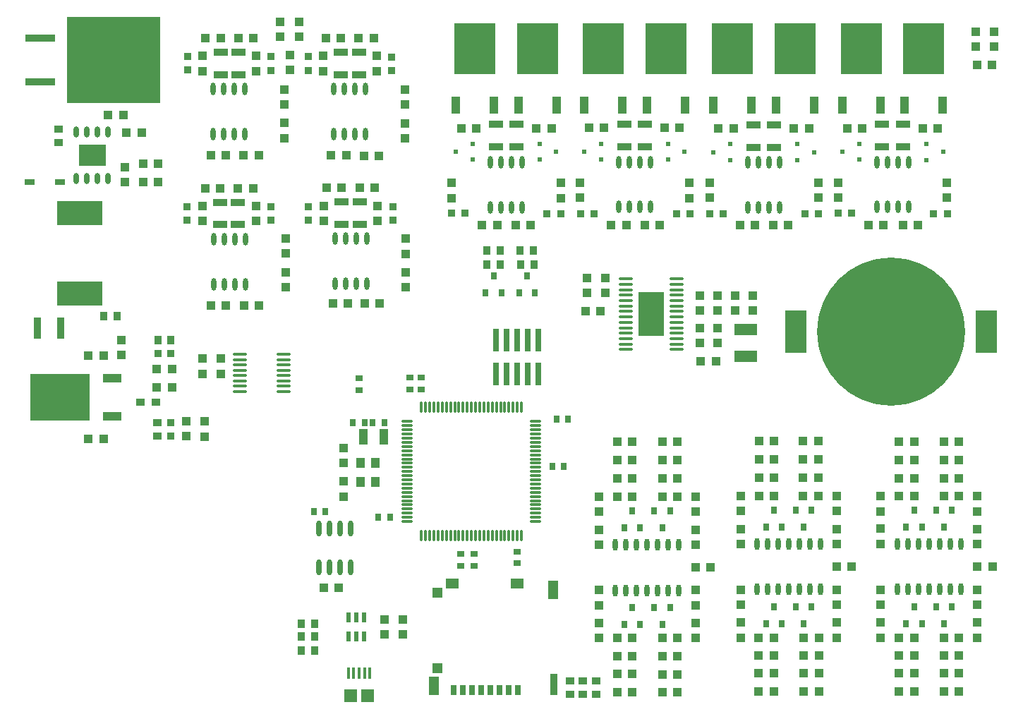
<source format=gtp>
G04*
G04 #@! TF.GenerationSoftware,Altium Limited,Altium Designer,18.1.9 (240)*
G04*
G04 Layer_Color=8421504*
%FSLAX25Y25*%
%MOIN*%
G70*
G01*
G75*
%ADD19R,0.05906X0.04528*%
%ADD20R,0.04528X0.08661*%
%ADD21R,0.04567X0.04724*%
%ADD22R,0.04567X0.04921*%
%ADD23R,0.03740X0.09843*%
%ADD24R,0.03150X0.04882*%
%ADD25R,0.01575X0.05315*%
%ADD26R,0.06102X0.06102*%
%ADD27R,0.02756X0.03543*%
%ADD28O,0.02362X0.07480*%
%ADD29R,0.04331X0.04331*%
%ADD30R,0.10000X0.20000*%
%ADD31C,0.70000*%
%ADD32O,0.05709X0.01181*%
G04:AMPARAMS|DCode=33|XSize=13.78mil|YSize=64.96mil|CornerRadius=2mil|HoleSize=0mil|Usage=FLASHONLY|Rotation=270.000|XOffset=0mil|YOffset=0mil|HoleType=Round|Shape=RoundedRectangle|*
%AMROUNDEDRECTD33*
21,1,0.01378,0.06097,0,0,270.0*
21,1,0.00978,0.06496,0,0,270.0*
1,1,0.00400,-0.03048,-0.00489*
1,1,0.00400,-0.03048,0.00489*
1,1,0.00400,0.03048,0.00489*
1,1,0.00400,0.03048,-0.00489*
%
%ADD33ROUNDEDRECTD33*%
%ADD34O,0.01181X0.05709*%
%ADD35R,0.03937X0.03543*%
%ADD36R,0.03543X0.03937*%
%ADD37R,0.03504X0.03701*%
%ADD38R,0.04331X0.04331*%
%ADD39R,0.03701X0.03504*%
%ADD40R,0.03543X0.02756*%
%ADD41R,0.02913X0.10984*%
%ADD42R,0.03150X0.03543*%
%ADD43R,0.04134X0.05118*%
%ADD44R,0.04331X0.07480*%
%ADD45O,0.07087X0.01378*%
%ADD46R,0.02362X0.04724*%
%ADD47R,0.11024X0.05315*%
G04:AMPARAMS|DCode=48|XSize=122.05mil|YSize=203.94mil|CornerRadius=1.83mil|HoleSize=0mil|Usage=FLASHONLY|Rotation=180.000|XOffset=0mil|YOffset=0mil|HoleType=Round|Shape=RoundedRectangle|*
%AMROUNDEDRECTD48*
21,1,0.12205,0.20028,0,0,180.0*
21,1,0.11839,0.20394,0,0,180.0*
1,1,0.00366,-0.05919,0.10014*
1,1,0.00366,0.05919,0.10014*
1,1,0.00366,0.05919,-0.10014*
1,1,0.00366,-0.05919,-0.10014*
%
%ADD48ROUNDEDRECTD48*%
%ADD49O,0.02362X0.05709*%
%ADD50R,0.03661X0.03189*%
%ADD51R,0.06693X0.03740*%
%ADD52O,0.02362X0.05906*%
%ADD53R,0.14200X0.03700*%
%ADD54R,0.43900X0.40900*%
%ADD55R,0.02362X0.01968*%
%ADD56R,0.03189X0.03661*%
%ADD57R,0.19291X0.24410*%
%ADD58R,0.03937X0.08268*%
%ADD59R,0.28347X0.21850*%
%ADD60R,0.08661X0.03937*%
%ADD61R,0.12598X0.09882*%
%ADD62O,0.02362X0.05315*%
%ADD63R,0.03740X0.10236*%
%ADD64R,0.21300X0.11400*%
%ADD65R,0.04724X0.02756*%
%ADD66R,0.03937X0.03402*%
D19*
X244156Y95236D02*
D03*
X274786D02*
D03*
D20*
X291735Y92106D02*
D03*
X235475Y46909D02*
D03*
D21*
X237069Y90807D02*
D03*
D22*
Y55374D02*
D03*
D23*
X292128Y47500D02*
D03*
D24*
X244707Y45020D02*
D03*
X249038D02*
D03*
X253369D02*
D03*
X257699D02*
D03*
X262030D02*
D03*
X266361D02*
D03*
X270691D02*
D03*
X275022D02*
D03*
D25*
X195000Y52995D02*
D03*
X197559D02*
D03*
X200118D02*
D03*
X202677D02*
D03*
X205236D02*
D03*
D26*
X196181Y42365D02*
D03*
X204055D02*
D03*
D27*
X178740Y129330D02*
D03*
X184252D02*
D03*
X298917Y172835D02*
D03*
X293406D02*
D03*
X296850Y150394D02*
D03*
X291339D02*
D03*
X209195Y126487D02*
D03*
X214707D02*
D03*
X197146Y171177D02*
D03*
X202658D02*
D03*
X211951Y171177D02*
D03*
X206439D02*
D03*
D28*
X181083Y102864D02*
D03*
X186083D02*
D03*
X191083D02*
D03*
X196083D02*
D03*
X181083Y121368D02*
D03*
X186083D02*
D03*
X191083D02*
D03*
X196083D02*
D03*
D29*
X313387Y69390D02*
D03*
Y76476D02*
D03*
X212205Y78164D02*
D03*
Y71077D02*
D03*
X220768Y78164D02*
D03*
Y71077D02*
D03*
X118504Y164732D02*
D03*
Y171818D02*
D03*
X127165Y171740D02*
D03*
Y164653D02*
D03*
X192828Y143416D02*
D03*
Y136329D02*
D03*
X192828Y152077D02*
D03*
Y159164D02*
D03*
X126142Y201447D02*
D03*
Y194360D02*
D03*
X134803Y201447D02*
D03*
Y194360D02*
D03*
X167323Y344882D02*
D03*
Y337795D02*
D03*
X171653Y360520D02*
D03*
Y353433D02*
D03*
X162854Y360520D02*
D03*
Y353433D02*
D03*
X500000Y355817D02*
D03*
Y348730D02*
D03*
X491307Y355817D02*
D03*
Y348730D02*
D03*
X377775Y224213D02*
D03*
Y231299D02*
D03*
X386043Y224213D02*
D03*
Y231299D02*
D03*
X369311D02*
D03*
Y224213D02*
D03*
X360944Y231299D02*
D03*
Y224213D02*
D03*
X316358Y232480D02*
D03*
Y239567D02*
D03*
X307795Y232480D02*
D03*
Y239567D02*
D03*
X369311Y208760D02*
D03*
Y215846D02*
D03*
X360945D02*
D03*
Y208760D02*
D03*
X380380Y129527D02*
D03*
Y136614D02*
D03*
X380380Y120866D02*
D03*
Y113779D02*
D03*
X313388Y120571D02*
D03*
Y113484D02*
D03*
X359058Y120571D02*
D03*
Y113484D02*
D03*
X359057Y85039D02*
D03*
Y92126D02*
D03*
X313388Y85000D02*
D03*
Y92086D02*
D03*
X313388Y129133D02*
D03*
Y136220D02*
D03*
X359057Y76575D02*
D03*
Y69488D02*
D03*
X359057Y129134D02*
D03*
Y136220D02*
D03*
X446521Y76772D02*
D03*
Y69685D02*
D03*
X446521Y85283D02*
D03*
Y92370D02*
D03*
X446522Y129330D02*
D03*
Y136417D02*
D03*
X446522Y121063D02*
D03*
Y113976D02*
D03*
X492190Y129330D02*
D03*
Y136417D02*
D03*
X492190Y121016D02*
D03*
Y113929D02*
D03*
X492191Y85283D02*
D03*
Y92370D02*
D03*
X492191Y76772D02*
D03*
Y69685D02*
D03*
X425773Y76772D02*
D03*
Y69685D02*
D03*
X425655Y120866D02*
D03*
Y113779D02*
D03*
X425655Y129527D02*
D03*
Y136614D02*
D03*
X425754Y85283D02*
D03*
Y92370D02*
D03*
X380380Y85295D02*
D03*
Y92382D02*
D03*
X380380Y76772D02*
D03*
Y69685D02*
D03*
X183327Y266560D02*
D03*
Y273647D02*
D03*
X208841Y266560D02*
D03*
Y273647D02*
D03*
X222165Y235065D02*
D03*
Y242151D02*
D03*
X222165Y258096D02*
D03*
Y251009D02*
D03*
X125945Y266498D02*
D03*
Y273585D02*
D03*
X151339Y266498D02*
D03*
Y273585D02*
D03*
X165315Y235199D02*
D03*
Y242285D02*
D03*
X165315Y258230D02*
D03*
Y251144D02*
D03*
X208465Y337348D02*
D03*
Y344435D02*
D03*
X183071Y337348D02*
D03*
Y344435D02*
D03*
X221752Y328687D02*
D03*
Y321600D02*
D03*
X221752Y305557D02*
D03*
Y312644D02*
D03*
X164724Y305663D02*
D03*
Y312750D02*
D03*
X164724Y328695D02*
D03*
Y321608D02*
D03*
X126142Y337356D02*
D03*
Y344443D02*
D03*
X151437Y337356D02*
D03*
Y344443D02*
D03*
X304449Y277441D02*
D03*
Y284527D02*
D03*
X426338Y277461D02*
D03*
Y284547D02*
D03*
X477913Y277461D02*
D03*
Y284547D02*
D03*
X356023Y277342D02*
D03*
Y284429D02*
D03*
X295449Y277347D02*
D03*
Y284434D02*
D03*
X243838Y277347D02*
D03*
Y284434D02*
D03*
X365610Y277461D02*
D03*
Y284547D02*
D03*
X417086Y277461D02*
D03*
Y284547D02*
D03*
X87795Y203150D02*
D03*
Y210236D02*
D03*
X89468Y292012D02*
D03*
Y284925D02*
D03*
D30*
X406575Y214173D02*
D03*
X496575D02*
D03*
D31*
X451575D02*
D03*
D32*
X283563Y140266D02*
D03*
Y165857D02*
D03*
Y167825D02*
D03*
X222736Y171762D02*
D03*
Y169794D02*
D03*
Y167825D02*
D03*
Y165857D02*
D03*
Y163888D02*
D03*
Y161919D02*
D03*
Y159951D02*
D03*
Y157983D02*
D03*
Y156014D02*
D03*
Y154045D02*
D03*
Y152077D02*
D03*
Y150109D02*
D03*
Y148140D02*
D03*
Y146171D02*
D03*
Y144203D02*
D03*
Y142235D02*
D03*
Y140266D02*
D03*
Y138297D02*
D03*
Y136329D02*
D03*
Y134361D02*
D03*
Y132392D02*
D03*
Y130423D02*
D03*
Y128455D02*
D03*
Y126487D02*
D03*
Y124518D02*
D03*
X283563D02*
D03*
Y126487D02*
D03*
Y128455D02*
D03*
Y130423D02*
D03*
Y132392D02*
D03*
Y134361D02*
D03*
Y136329D02*
D03*
Y138297D02*
D03*
Y142235D02*
D03*
Y144203D02*
D03*
Y146171D02*
D03*
Y148140D02*
D03*
Y150109D02*
D03*
Y152077D02*
D03*
Y154045D02*
D03*
Y156014D02*
D03*
Y157983D02*
D03*
Y159951D02*
D03*
Y161919D02*
D03*
Y163888D02*
D03*
Y169794D02*
D03*
Y171762D02*
D03*
D33*
X326004Y221161D02*
D03*
Y223721D02*
D03*
Y226279D02*
D03*
X350216Y205807D02*
D03*
Y208366D02*
D03*
Y210925D02*
D03*
Y213484D02*
D03*
Y216043D02*
D03*
Y218602D02*
D03*
Y221161D02*
D03*
Y223721D02*
D03*
Y226279D02*
D03*
Y228839D02*
D03*
Y231398D02*
D03*
Y233957D02*
D03*
Y236516D02*
D03*
Y239075D02*
D03*
X326004Y205807D02*
D03*
Y208366D02*
D03*
Y210925D02*
D03*
Y213484D02*
D03*
Y216043D02*
D03*
Y218602D02*
D03*
Y228839D02*
D03*
Y231398D02*
D03*
Y233957D02*
D03*
Y236516D02*
D03*
Y239075D02*
D03*
D34*
X229528Y117727D02*
D03*
X231496D02*
D03*
X233465D02*
D03*
X235433D02*
D03*
X237402D02*
D03*
X239370D02*
D03*
X241339D02*
D03*
X243307D02*
D03*
X245276D02*
D03*
X247244D02*
D03*
X249213D02*
D03*
X251181D02*
D03*
X253150D02*
D03*
X255118D02*
D03*
X257087D02*
D03*
X259055D02*
D03*
X261024D02*
D03*
X262992D02*
D03*
X264961D02*
D03*
X266929D02*
D03*
X268898D02*
D03*
X270866D02*
D03*
X272835D02*
D03*
X274803D02*
D03*
X276772D02*
D03*
Y178553D02*
D03*
X274803D02*
D03*
X272835D02*
D03*
X270866D02*
D03*
X268898D02*
D03*
X266929D02*
D03*
X264961D02*
D03*
X262992D02*
D03*
X261024D02*
D03*
X259055D02*
D03*
X257087D02*
D03*
X255118D02*
D03*
X253150D02*
D03*
X251181D02*
D03*
X249213D02*
D03*
X247244D02*
D03*
X245276D02*
D03*
X243307D02*
D03*
X241339D02*
D03*
X239370D02*
D03*
X237402D02*
D03*
X235433D02*
D03*
X233465D02*
D03*
X231496D02*
D03*
X229528D02*
D03*
D35*
X104724Y164937D02*
D03*
Y171236D02*
D03*
X305906Y42815D02*
D03*
Y49114D02*
D03*
X299606Y42812D02*
D03*
Y49112D02*
D03*
X312205Y42815D02*
D03*
Y49114D02*
D03*
X58100Y309842D02*
D03*
Y303543D02*
D03*
D36*
X172736Y63567D02*
D03*
X179035D02*
D03*
X172736Y70079D02*
D03*
X179035D02*
D03*
X172736Y76329D02*
D03*
X179035D02*
D03*
X104921Y210246D02*
D03*
X111221D02*
D03*
X282620Y246046D02*
D03*
X276321D02*
D03*
X276004Y252471D02*
D03*
X282303D02*
D03*
X260454Y252471D02*
D03*
X266754D02*
D03*
X266754Y246046D02*
D03*
X260455D02*
D03*
X79528Y221654D02*
D03*
X85827D02*
D03*
D37*
X104989Y203947D02*
D03*
X111170D02*
D03*
D38*
X104528Y196427D02*
D03*
X111614D02*
D03*
Y187845D02*
D03*
X104528D02*
D03*
X492093Y340069D02*
D03*
X499180D02*
D03*
X314094Y224016D02*
D03*
X307008D02*
D03*
X361535Y200295D02*
D03*
X368622D02*
D03*
X492191Y103149D02*
D03*
X499277D02*
D03*
X425655D02*
D03*
X432742D02*
D03*
X359057Y102756D02*
D03*
X366144D02*
D03*
X455183Y162205D02*
D03*
X462270D02*
D03*
X483529Y162205D02*
D03*
X476443D02*
D03*
X483529Y44094D02*
D03*
X476442D02*
D03*
X476442Y52755D02*
D03*
X483529D02*
D03*
X455183Y44094D02*
D03*
X462269D02*
D03*
X343309Y153543D02*
D03*
X350396D02*
D03*
X329136Y153543D02*
D03*
X322049D02*
D03*
X343309Y52362D02*
D03*
X350396D02*
D03*
X329136Y52460D02*
D03*
X322050D02*
D03*
X322047Y162205D02*
D03*
X329134D02*
D03*
X350396Y162204D02*
D03*
X343309D02*
D03*
X329134Y43898D02*
D03*
X322047D02*
D03*
X350396Y43898D02*
D03*
X343309D02*
D03*
X462270Y153543D02*
D03*
X455183D02*
D03*
X476443Y153543D02*
D03*
X483529D02*
D03*
X455183Y52755D02*
D03*
X462269D02*
D03*
X329136Y144881D02*
D03*
X322050D02*
D03*
X343309Y144882D02*
D03*
X350396D02*
D03*
X329136Y60925D02*
D03*
X322050D02*
D03*
X343309Y60925D02*
D03*
X350396D02*
D03*
X462269Y61221D02*
D03*
X455183D02*
D03*
X476443Y61220D02*
D03*
X483529D02*
D03*
X462270Y144881D02*
D03*
X455183D02*
D03*
X476443Y144882D02*
D03*
X483529D02*
D03*
Y136415D02*
D03*
X476443D02*
D03*
X455183Y136417D02*
D03*
X462269D02*
D03*
X322050Y69390D02*
D03*
X329136D02*
D03*
X350396Y69390D02*
D03*
X343309D02*
D03*
X350396Y136220D02*
D03*
X343309D02*
D03*
X322050Y136220D02*
D03*
X329136D02*
D03*
X455183Y69685D02*
D03*
X462269D02*
D03*
X483529Y69685D02*
D03*
X476443D02*
D03*
X389075Y162598D02*
D03*
X396161D02*
D03*
X409907Y153937D02*
D03*
X416994D02*
D03*
X396128Y153937D02*
D03*
X389041D02*
D03*
X416994Y162598D02*
D03*
X409907D02*
D03*
X396128Y145275D02*
D03*
X389041D02*
D03*
X416994Y136614D02*
D03*
X409907D02*
D03*
Y145275D02*
D03*
X416994D02*
D03*
X389041Y136614D02*
D03*
X396128D02*
D03*
X410175Y61221D02*
D03*
X417262D02*
D03*
X417262Y52755D02*
D03*
X410175D02*
D03*
X395931Y52755D02*
D03*
X388844D02*
D03*
X395931Y61220D02*
D03*
X388844D02*
D03*
X417262Y44094D02*
D03*
X410175D02*
D03*
X388844Y69685D02*
D03*
X395931D02*
D03*
X388844Y44094D02*
D03*
X395931D02*
D03*
X417262Y69685D02*
D03*
X410175D02*
D03*
X191791Y282112D02*
D03*
X184705D02*
D03*
X207441D02*
D03*
X200354D02*
D03*
X194685Y227559D02*
D03*
X187598D02*
D03*
X202756Y227559D02*
D03*
X209842D02*
D03*
X134409Y282049D02*
D03*
X127323D02*
D03*
X149961D02*
D03*
X142874D02*
D03*
X137165Y226636D02*
D03*
X130079D02*
D03*
X145630Y226636D02*
D03*
X152717D02*
D03*
X206988Y352900D02*
D03*
X199902D02*
D03*
X191535D02*
D03*
X184449D02*
D03*
X193996Y297388D02*
D03*
X186909D02*
D03*
X202462Y297387D02*
D03*
X209549D02*
D03*
X134606Y352907D02*
D03*
X127519D02*
D03*
X150157D02*
D03*
X143071D02*
D03*
X137066Y297494D02*
D03*
X129980D02*
D03*
X145531Y297494D02*
D03*
X152618D02*
D03*
X281141Y264650D02*
D03*
X274055D02*
D03*
X258208Y264650D02*
D03*
X265295D02*
D03*
X283897Y310350D02*
D03*
X290984D02*
D03*
X315866Y310413D02*
D03*
X308779D02*
D03*
X344409Y310512D02*
D03*
X351496D02*
D03*
X466496Y310335D02*
D03*
X473582D02*
D03*
X437854Y310335D02*
D03*
X430767D02*
D03*
X464035Y264536D02*
D03*
X456949D02*
D03*
X440807Y264536D02*
D03*
X447893D02*
D03*
X342145Y264646D02*
D03*
X335059D02*
D03*
X319193Y264646D02*
D03*
X326279D02*
D03*
X255354Y310350D02*
D03*
X248267D02*
D03*
X376929Y310236D02*
D03*
X369842D02*
D03*
X405571Y310236D02*
D03*
X412657D02*
D03*
X379980Y264469D02*
D03*
X387067D02*
D03*
X402913Y264469D02*
D03*
X395827D02*
D03*
X72244Y163670D02*
D03*
X79331D02*
D03*
X72244Y203048D02*
D03*
X79331D02*
D03*
X98032Y293587D02*
D03*
X105118D02*
D03*
Y284925D02*
D03*
X98032D02*
D03*
X88618Y316535D02*
D03*
X81532D02*
D03*
X97278Y308366D02*
D03*
X90192D02*
D03*
X183465Y93307D02*
D03*
X190551D02*
D03*
D39*
X111020Y164996D02*
D03*
Y171177D02*
D03*
D40*
X254331Y103543D02*
D03*
Y109055D02*
D03*
X274803Y104833D02*
D03*
Y110345D02*
D03*
X248031Y103543D02*
D03*
Y109055D02*
D03*
X200000Y186556D02*
D03*
Y192068D02*
D03*
X229528Y192441D02*
D03*
Y186929D02*
D03*
X224094D02*
D03*
Y192441D02*
D03*
D41*
X284642Y210374D02*
D03*
X279642D02*
D03*
X274642D02*
D03*
X269642D02*
D03*
X264642D02*
D03*
Y194350D02*
D03*
X269642D02*
D03*
X274642D02*
D03*
X279642D02*
D03*
X284642D02*
D03*
D42*
X279471Y240534D02*
D03*
X283211Y232660D02*
D03*
X275730D02*
D03*
X263605Y240534D02*
D03*
X267345Y232660D02*
D03*
X259865D02*
D03*
X343309Y121528D02*
D03*
X339569Y129402D02*
D03*
X347050D02*
D03*
X329136Y129527D02*
D03*
X332876Y121653D02*
D03*
X325396D02*
D03*
X343309Y75984D02*
D03*
X339569Y83858D02*
D03*
X347050D02*
D03*
X329136D02*
D03*
X332876Y75984D02*
D03*
X325396D02*
D03*
X476443Y76378D02*
D03*
X472702Y84252D02*
D03*
X480183D02*
D03*
X476443Y122047D02*
D03*
X472702Y129921D02*
D03*
X480183D02*
D03*
X462269Y84252D02*
D03*
X466010Y76378D02*
D03*
X458529D02*
D03*
X462269Y129921D02*
D03*
X466010Y122047D02*
D03*
X458529D02*
D03*
X396128Y129921D02*
D03*
X399868Y122047D02*
D03*
X392388D02*
D03*
X410009D02*
D03*
X406269Y129921D02*
D03*
X413750D02*
D03*
X396128Y84252D02*
D03*
X399868Y76378D02*
D03*
X392388D02*
D03*
X410009D02*
D03*
X406269Y84252D02*
D03*
X413750D02*
D03*
D43*
X200604Y152274D02*
D03*
Y143219D02*
D03*
X207887D02*
D03*
Y152274D02*
D03*
D44*
X202069Y164561D02*
D03*
X211912D02*
D03*
D45*
X143858Y203504D02*
D03*
Y201004D02*
D03*
Y198504D02*
D03*
Y196004D02*
D03*
Y193504D02*
D03*
Y191004D02*
D03*
Y188504D02*
D03*
Y186004D02*
D03*
X164331Y203504D02*
D03*
Y201004D02*
D03*
Y198504D02*
D03*
Y196004D02*
D03*
Y193504D02*
D03*
Y191004D02*
D03*
Y188504D02*
D03*
Y186004D02*
D03*
D46*
X202480Y70093D02*
D03*
X198740D02*
D03*
X195000D02*
D03*
Y79148D02*
D03*
X198740D02*
D03*
X202480D02*
D03*
D47*
X382697Y202658D02*
D03*
Y215256D02*
D03*
D48*
X338110Y222441D02*
D03*
D49*
X321223Y92027D02*
D03*
X326223D02*
D03*
X331223D02*
D03*
X336223D02*
D03*
X341223D02*
D03*
X346223D02*
D03*
X351223D02*
D03*
X321223Y113484D02*
D03*
X326223D02*
D03*
X331223D02*
D03*
X336223D02*
D03*
X341223D02*
D03*
X346223D02*
D03*
X351223D02*
D03*
X454356Y92421D02*
D03*
X459356D02*
D03*
X464356D02*
D03*
X469356D02*
D03*
X474356D02*
D03*
X479356D02*
D03*
X484356D02*
D03*
X454356Y113878D02*
D03*
X459356D02*
D03*
X464356D02*
D03*
X469356D02*
D03*
X474356D02*
D03*
X479356D02*
D03*
X484356D02*
D03*
X388088Y92421D02*
D03*
X393088D02*
D03*
X398088D02*
D03*
X403088D02*
D03*
X408088D02*
D03*
X413088D02*
D03*
X418088D02*
D03*
X388088Y113878D02*
D03*
X393088D02*
D03*
X398088D02*
D03*
X403088D02*
D03*
X408088D02*
D03*
X413088D02*
D03*
X418088D02*
D03*
D50*
X176142Y266915D02*
D03*
Y273293D02*
D03*
X216004Y266915D02*
D03*
Y273293D02*
D03*
X118760Y266853D02*
D03*
Y273231D02*
D03*
X158524Y266852D02*
D03*
Y273230D02*
D03*
X215551Y337604D02*
D03*
Y343982D02*
D03*
X175984Y337703D02*
D03*
Y344081D02*
D03*
X158523Y337711D02*
D03*
Y344089D02*
D03*
X119055Y337809D02*
D03*
Y344187D02*
D03*
D51*
X200354Y275419D02*
D03*
Y264789D02*
D03*
X142874Y275356D02*
D03*
Y264726D02*
D03*
X191791Y275419D02*
D03*
Y264789D02*
D03*
X134409Y275356D02*
D03*
Y264726D02*
D03*
X200000Y346207D02*
D03*
Y335577D02*
D03*
X143071Y346215D02*
D03*
Y335585D02*
D03*
X191535Y346207D02*
D03*
Y335577D02*
D03*
X134606Y346215D02*
D03*
Y335585D02*
D03*
X457145Y312106D02*
D03*
Y301476D02*
D03*
X335157Y312283D02*
D03*
Y301653D02*
D03*
X325315Y312283D02*
D03*
Y301653D02*
D03*
X447204Y312106D02*
D03*
Y301476D02*
D03*
X274547Y312122D02*
D03*
Y301493D02*
D03*
X396220Y312008D02*
D03*
Y301378D02*
D03*
X386279Y312008D02*
D03*
Y301378D02*
D03*
X264606Y312122D02*
D03*
Y301492D02*
D03*
D52*
X188622Y236836D02*
D03*
X193622D02*
D03*
X198622D02*
D03*
X203622D02*
D03*
X188622Y258096D02*
D03*
X193622D02*
D03*
X198622D02*
D03*
X203622D02*
D03*
X131339Y236675D02*
D03*
X136339D02*
D03*
X141339D02*
D03*
X146339D02*
D03*
X131339Y257935D02*
D03*
X136339D02*
D03*
X141339D02*
D03*
X146339D02*
D03*
X188169Y307525D02*
D03*
X193169D02*
D03*
X198169D02*
D03*
X203169D02*
D03*
X188169Y328785D02*
D03*
X193169D02*
D03*
X198169D02*
D03*
X203169D02*
D03*
X131240Y307533D02*
D03*
X136240D02*
D03*
X141240D02*
D03*
X146240D02*
D03*
X131240Y328793D02*
D03*
X136240D02*
D03*
X141240D02*
D03*
X146240D02*
D03*
X322736Y273110D02*
D03*
X327736D02*
D03*
X332736D02*
D03*
X337736D02*
D03*
X322736Y294370D02*
D03*
X327736D02*
D03*
X332736D02*
D03*
X337736D02*
D03*
X444626Y273062D02*
D03*
X449626D02*
D03*
X454626D02*
D03*
X459626D02*
D03*
X444626Y294322D02*
D03*
X449626D02*
D03*
X454626D02*
D03*
X459626D02*
D03*
X262126Y273047D02*
D03*
X267126D02*
D03*
X272126D02*
D03*
X277126D02*
D03*
X262126Y294307D02*
D03*
X267126D02*
D03*
X272126D02*
D03*
X277126D02*
D03*
X383799Y273031D02*
D03*
X388799D02*
D03*
X393799D02*
D03*
X398799D02*
D03*
X383799Y294291D02*
D03*
X388799D02*
D03*
X393799D02*
D03*
X398799D02*
D03*
D53*
X49502Y332104D02*
D03*
Y352891D02*
D03*
D54*
X84052Y342498D02*
D03*
D55*
X253779Y302870D02*
D03*
Y295390D02*
D03*
X245905Y299130D02*
D03*
X314390Y302933D02*
D03*
Y295453D02*
D03*
X306516Y299193D02*
D03*
X345984Y295453D02*
D03*
Y302933D02*
D03*
X353858Y299193D02*
D03*
X468071Y295374D02*
D03*
Y302854D02*
D03*
X475945Y299114D02*
D03*
X436378Y302953D02*
D03*
Y295472D02*
D03*
X428504Y299213D02*
D03*
X285374Y295390D02*
D03*
Y302870D02*
D03*
X293248Y299130D02*
D03*
X375354Y302756D02*
D03*
Y295276D02*
D03*
X367480Y299016D02*
D03*
X407145Y295276D02*
D03*
Y302756D02*
D03*
X415019Y299016D02*
D03*
D56*
X471574Y269980D02*
D03*
X477952D02*
D03*
X432775Y270079D02*
D03*
X426397D02*
D03*
X349921Y269901D02*
D03*
X356299D02*
D03*
X311023Y269969D02*
D03*
X304645D02*
D03*
X250177Y270261D02*
D03*
X243799D02*
D03*
X288897Y269969D02*
D03*
X295275D02*
D03*
X372047Y269980D02*
D03*
X365669D02*
D03*
X410649D02*
D03*
X417027D02*
D03*
D57*
X466889Y347835D02*
D03*
X437460D02*
D03*
X345000Y347815D02*
D03*
X315472D02*
D03*
X284389Y347752D02*
D03*
X254862D02*
D03*
X405964Y347835D02*
D03*
X376437Y347835D02*
D03*
D58*
X475866Y321260D02*
D03*
X457913D02*
D03*
X446437D02*
D03*
X428484D02*
D03*
X353976Y321240D02*
D03*
X336023D02*
D03*
X324449D02*
D03*
X306496D02*
D03*
X293366Y321177D02*
D03*
X275413D02*
D03*
X263838D02*
D03*
X245885D02*
D03*
X414941Y321260D02*
D03*
X396988D02*
D03*
X385413Y321260D02*
D03*
X367460D02*
D03*
D59*
X58661Y183355D02*
D03*
D60*
X83465Y192331D02*
D03*
Y174378D02*
D03*
D61*
X74016Y297474D02*
D03*
D62*
X81516Y308400D02*
D03*
X76516D02*
D03*
X71516D02*
D03*
X66516D02*
D03*
X81516Y286549D02*
D03*
X76516D02*
D03*
X71516D02*
D03*
X66516D02*
D03*
D63*
X58972Y215748D02*
D03*
X47948D02*
D03*
D64*
X68110Y270281D02*
D03*
Y232081D02*
D03*
D65*
X58858Y285024D02*
D03*
X44291D02*
D03*
D66*
X96653Y180807D02*
D03*
X104134D02*
D03*
M02*

</source>
